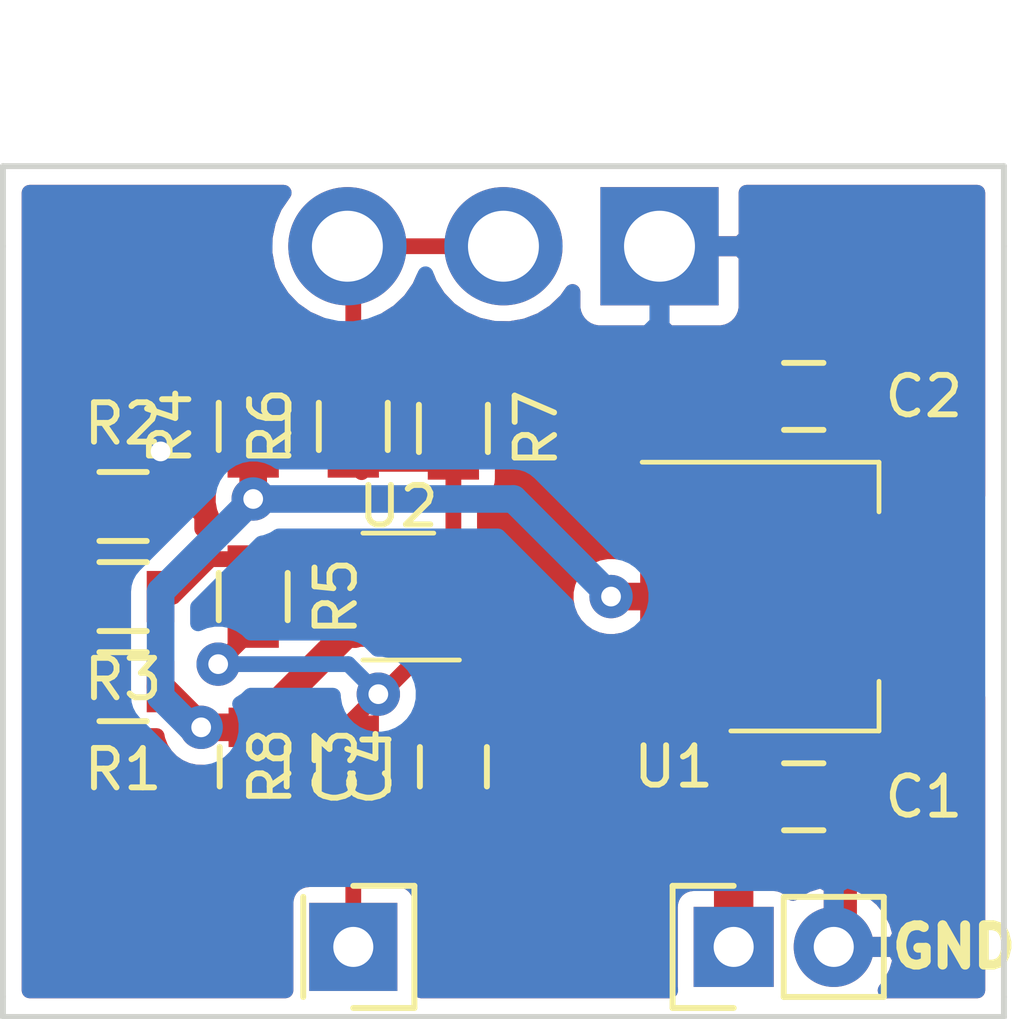
<source format=kicad_pcb>
(kicad_pcb (version 20160815) (host pcbnew no-vcs-found-7397~56~ubuntu16.04.1)

  (general
    (links 30)
    (no_connects 0)
    (area 114.224999 61.392999 139.775001 83.133001)
    (thickness 1.6)
    (drawings 9)
    (tracks 88)
    (zones 0)
    (modules 17)
    (nets 10)
  )

  (page A4)
  (layers
    (0 F.Cu signal)
    (31 B.Cu signal)
    (32 B.Adhes user)
    (33 F.Adhes user)
    (34 B.Paste user)
    (35 F.Paste user)
    (36 B.SilkS user)
    (37 F.SilkS user)
    (38 B.Mask user)
    (39 F.Mask user)
    (40 Dwgs.User user)
    (41 Cmts.User user)
    (42 Eco1.User user)
    (43 Eco2.User user)
    (44 Edge.Cuts user)
    (45 Margin user)
    (46 B.CrtYd user)
    (47 F.CrtYd user)
    (48 B.Fab user)
    (49 F.Fab user)
  )

  (setup
    (last_trace_width 0.4)
    (trace_clearance 0.2)
    (zone_clearance 0.4)
    (zone_45_only no)
    (trace_min 0.2)
    (segment_width 0.2)
    (edge_width 0.15)
    (via_size 1.1)
    (via_drill 0.5)
    (via_min_size 0.4)
    (via_min_drill 0.3)
    (uvia_size 0.3)
    (uvia_drill 0.1)
    (uvias_allowed no)
    (uvia_min_size 0.2)
    (uvia_min_drill 0.1)
    (pcb_text_width 0.3)
    (pcb_text_size 1 1)
    (mod_edge_width 0.15)
    (mod_text_size 1 1)
    (mod_text_width 0.15)
    (pad_size 1.524 1.524)
    (pad_drill 0.762)
    (pad_to_mask_clearance 0.2)
    (aux_axis_origin 0 0)
    (visible_elements FFFFFF7F)
    (pcbplotparams
      (layerselection 0x00030_ffffffff)
      (usegerberextensions false)
      (excludeedgelayer true)
      (linewidth 0.100000)
      (plotframeref false)
      (viasonmask false)
      (mode 1)
      (useauxorigin false)
      (hpglpennumber 1)
      (hpglpenspeed 20)
      (hpglpendiameter 15)
      (psnegative false)
      (psa4output false)
      (plotreference true)
      (plotvalue true)
      (plotinvisibletext false)
      (padsonsilk false)
      (subtractmaskfromsilk false)
      (outputformat 1)
      (mirror false)
      (drillshape 1)
      (scaleselection 1)
      (outputdirectory ""))
  )

  (net 0 "")
  (net 1 VCC)
  (net 2 GND)
  (net 3 +3V3)
  (net 4 /ADC)
  (net 5 /Red)
  (net 6 "Net-(R1-Pad2)")
  (net 7 "Net-(R3-Pad1)")
  (net 8 "Net-(R5-Pad2)")
  (net 9 "Net-(R6-Pad1)")

  (net_class Default "This is the default net class."
    (clearance 0.2)
    (trace_width 0.4)
    (via_dia 1.1)
    (via_drill 0.5)
    (uvia_dia 0.3)
    (uvia_drill 0.1)
    (diff_pair_gap 0.25)
    (diff_pair_width 0.2)
    (add_net +3V3)
    (add_net /ADC)
    (add_net /Red)
    (add_net GND)
    (add_net "Net-(R1-Pad2)")
    (add_net "Net-(R3-Pad1)")
    (add_net "Net-(R5-Pad2)")
    (add_net "Net-(R6-Pad1)")
    (add_net VCC)
  )

  (module Connectors_Hirose:Hirose_DF63-3P-3.96DSA_03x3.96mm_Straight (layer F.Cu) (tedit 5860A264) (tstamp 5860B4C3)
    (at 130.96 63.5 180)
    (descr "Hirose DF63 connector, DF63-3P-3.96DSA, 3.96mm pitch, top entry THT")
    (tags "connector hirose df63 vertical through hole")
    (path /585E368F)
    (fp_text reference P1 (at 0 -5.2 180) (layer F.SilkS) hide
      (effects (font (size 1 1) (thickness 0.15)))
    )
    (fp_text value PT100 (at 0 5.4 180) (layer F.Fab)
      (effects (font (size 1 1) (thickness 0.15)))
    )
    (pad 3 thru_hole circle (at 7.92 0 180) (size 3 3) (drill 1.8) (layers *.Cu *.Mask)
      (net 5 /Red))
    (pad 2 thru_hole circle (at 3.96 0 180) (size 3 3) (drill 1.8) (layers *.Cu *.Mask)
      (net 5 /Red))
    (pad 1 thru_hole rect (at 0 0 180) (size 3 3) (drill 1.8) (layers *.Cu *.Mask)
      (net 2 GND))
    (model Connectors_Hirose.3dshapes/Hirose_DF63-3P-3.96DSA_03x3.96mm_Straight.wrl
      (at (xyz 0 0 0))
      (scale (xyz 1 1 1))
      (rotate (xyz 0 0 0))
    )
  )

  (module TO_SOT_Packages_SMD:SOT-223 (layer F.Cu) (tedit 5860873E) (tstamp 585E5813)
    (at 134.62 72.39)
    (descr "module CMS SOT223 4 pins")
    (tags "CMS SOT")
    (path /585E2118)
    (attr smd)
    (fp_text reference U1 (at -3.302 4.318) (layer F.SilkS)
      (effects (font (size 1 1) (thickness 0.15)))
    )
    (fp_text value AMS1117 (at 0 4.5) (layer F.Fab) hide
      (effects (font (size 1 1) (thickness 0.15)))
    )
    (fp_line (start 1.85 -3.35) (end 1.85 3.35) (layer F.Fab) (width 0.15))
    (fp_line (start -1.85 3.35) (end 1.85 3.35) (layer F.Fab) (width 0.15))
    (fp_line (start -4.1 -3.41) (end 1.91 -3.41) (layer F.SilkS) (width 0.12))
    (fp_line (start -1.85 -3.35) (end 1.85 -3.35) (layer F.Fab) (width 0.15))
    (fp_line (start -1.85 3.41) (end 1.91 3.41) (layer F.SilkS) (width 0.12))
    (fp_line (start -1.85 -3.35) (end -1.85 3.35) (layer F.Fab) (width 0.15))
    (fp_line (start -4.4 -3.6) (end -4.4 3.6) (layer F.CrtYd) (width 0.05))
    (fp_line (start -4.4 3.6) (end 4.4 3.6) (layer F.CrtYd) (width 0.05))
    (fp_line (start 4.4 3.6) (end 4.4 -3.6) (layer F.CrtYd) (width 0.05))
    (fp_line (start 4.4 -3.6) (end -4.4 -3.6) (layer F.CrtYd) (width 0.05))
    (fp_line (start 1.91 -3.41) (end 1.91 -2.15) (layer F.SilkS) (width 0.12))
    (fp_line (start 1.91 3.41) (end 1.91 2.15) (layer F.SilkS) (width 0.12))
    (pad 1 smd rect (at -3.15 -2.3) (size 2 1.5) (layers F.Cu F.Paste F.Mask)
      (net 2 GND))
    (pad 3 smd rect (at -3.15 2.3) (size 2 1.5) (layers F.Cu F.Paste F.Mask)
      (net 1 VCC))
    (pad 2 smd rect (at -3.15 0) (size 2 1.5) (layers F.Cu F.Paste F.Mask)
      (net 3 +3V3))
    (pad 1 smd rect (at 3.15 0) (size 2 3.8) (layers F.Cu F.Paste F.Mask)
      (net 2 GND))
    (model TO_SOT_Packages_SMD.3dshapes/SOT-223.wrl
      (at (xyz 0 0 0))
      (scale (xyz 0.4 0.4 0.4))
      (rotate (xyz 0 0 90))
    )
  )

  (module TO_SOT_Packages_SMD:SOT-23-5 (layer F.Cu) (tedit 58608742) (tstamp 585E5826)
    (at 124.333 72.39 180)
    (descr "5-pin SOT23 package")
    (tags SOT-23-5)
    (path /585E207E)
    (attr smd)
    (fp_text reference U2 (at -0.00148 2.286827 180) (layer F.SilkS)
      (effects (font (size 1 1) (thickness 0.15)))
    )
    (fp_text value MCP6001 (at 0 2.9 180) (layer F.Fab) hide
      (effects (font (size 1 1) (thickness 0.15)))
    )
    (fp_line (start 0.9 -1.55) (end 0.9 1.55) (layer F.Fab) (width 0.15))
    (fp_line (start 0.9 1.55) (end -0.9 1.55) (layer F.Fab) (width 0.15))
    (fp_line (start -0.9 -1.55) (end -0.9 1.55) (layer F.Fab) (width 0.15))
    (fp_line (start 0.9 -1.55) (end -0.9 -1.55) (layer F.Fab) (width 0.15))
    (fp_line (start -1.9 1.8) (end -1.9 -1.8) (layer F.CrtYd) (width 0.05))
    (fp_line (start 1.9 1.8) (end -1.9 1.8) (layer F.CrtYd) (width 0.05))
    (fp_line (start 1.9 -1.8) (end 1.9 1.8) (layer F.CrtYd) (width 0.05))
    (fp_line (start -1.9 -1.8) (end 1.9 -1.8) (layer F.CrtYd) (width 0.05))
    (fp_line (start 0.9 -1.61) (end -1.55 -1.61) (layer F.SilkS) (width 0.12))
    (fp_line (start -0.9 1.61) (end 0.9 1.61) (layer F.SilkS) (width 0.12))
    (pad 5 smd rect (at 1.1 -0.95 180) (size 1.06 0.65) (layers F.Cu F.Paste F.Mask)
      (net 3 +3V3))
    (pad 4 smd rect (at 1.1 0.95 180) (size 1.06 0.65) (layers F.Cu F.Paste F.Mask)
      (net 7 "Net-(R3-Pad1)"))
    (pad 3 smd rect (at -1.1 0.95 180) (size 1.06 0.65) (layers F.Cu F.Paste F.Mask)
      (net 9 "Net-(R6-Pad1)"))
    (pad 2 smd rect (at -1.1 0 180) (size 1.06 0.65) (layers F.Cu F.Paste F.Mask)
      (net 2 GND))
    (pad 1 smd rect (at -1.1 -0.95 180) (size 1.06 0.65) (layers F.Cu F.Paste F.Mask)
      (net 8 "Net-(R5-Pad2)"))
    (model TO_SOT_Packages_SMD.3dshapes/SOT-23-5.wrl
      (at (xyz 0 0 0))
      (scale (xyz 1 1 1))
      (rotate (xyz 0 0 0))
    )
  )

  (module Capacitors_SMD:C_0805 (layer F.Cu) (tedit 58608BC4) (tstamp 58608D28)
    (at 134.62 77.47)
    (descr "Capacitor SMD 0805, reflow soldering, AVX (see smccp.pdf)")
    (tags "capacitor 0805")
    (path /585E5D3B)
    (attr smd)
    (fp_text reference C1 (at 3.048 0) (layer F.SilkS)
      (effects (font (size 1 1) (thickness 0.15)))
    )
    (fp_text value 10uF/25v (at 0 2.1) (layer F.Fab) hide
      (effects (font (size 1 1) (thickness 0.15)))
    )
    (fp_line (start -0.5 0.85) (end 0.5 0.85) (layer F.SilkS) (width 0.15))
    (fp_line (start 0.5 -0.85) (end -0.5 -0.85) (layer F.SilkS) (width 0.15))
    (fp_line (start 1.8 -1) (end 1.8 1) (layer F.CrtYd) (width 0.05))
    (fp_line (start -1.8 -1) (end -1.8 1) (layer F.CrtYd) (width 0.05))
    (fp_line (start -1.8 1) (end 1.8 1) (layer F.CrtYd) (width 0.05))
    (fp_line (start -1.8 -1) (end 1.8 -1) (layer F.CrtYd) (width 0.05))
    (fp_line (start -1 -0.625) (end 1 -0.625) (layer F.Fab) (width 0.15))
    (fp_line (start 1 -0.625) (end 1 0.625) (layer F.Fab) (width 0.15))
    (fp_line (start 1 0.625) (end -1 0.625) (layer F.Fab) (width 0.15))
    (fp_line (start -1 0.625) (end -1 -0.625) (layer F.Fab) (width 0.15))
    (pad 2 smd rect (at 1 0) (size 1 1.25) (layers F.Cu F.Paste F.Mask)
      (net 2 GND))
    (pad 1 smd rect (at -1 0) (size 1 1.25) (layers F.Cu F.Paste F.Mask)
      (net 1 VCC))
    (model Capacitors_SMD.3dshapes/C_0805.wrl
      (at (xyz 0 0 0))
      (scale (xyz 1 1 1))
      (rotate (xyz 0 0 0))
    )
  )

  (module Capacitors_SMD:C_0805 (layer F.Cu) (tedit 58608BC6) (tstamp 58608D37)
    (at 134.62 67.31)
    (descr "Capacitor SMD 0805, reflow soldering, AVX (see smccp.pdf)")
    (tags "capacitor 0805")
    (path /585E5DBC)
    (attr smd)
    (fp_text reference C2 (at 3.048 0) (layer F.SilkS)
      (effects (font (size 1 1) (thickness 0.15)))
    )
    (fp_text value 10uF/25v (at 0 2.1) (layer F.Fab) hide
      (effects (font (size 1 1) (thickness 0.15)))
    )
    (fp_line (start -1 0.625) (end -1 -0.625) (layer F.Fab) (width 0.15))
    (fp_line (start 1 0.625) (end -1 0.625) (layer F.Fab) (width 0.15))
    (fp_line (start 1 -0.625) (end 1 0.625) (layer F.Fab) (width 0.15))
    (fp_line (start -1 -0.625) (end 1 -0.625) (layer F.Fab) (width 0.15))
    (fp_line (start -1.8 -1) (end 1.8 -1) (layer F.CrtYd) (width 0.05))
    (fp_line (start -1.8 1) (end 1.8 1) (layer F.CrtYd) (width 0.05))
    (fp_line (start -1.8 -1) (end -1.8 1) (layer F.CrtYd) (width 0.05))
    (fp_line (start 1.8 -1) (end 1.8 1) (layer F.CrtYd) (width 0.05))
    (fp_line (start 0.5 -0.85) (end -0.5 -0.85) (layer F.SilkS) (width 0.15))
    (fp_line (start -0.5 0.85) (end 0.5 0.85) (layer F.SilkS) (width 0.15))
    (pad 1 smd rect (at -1 0) (size 1 1.25) (layers F.Cu F.Paste F.Mask)
      (net 3 +3V3))
    (pad 2 smd rect (at 1 0) (size 1 1.25) (layers F.Cu F.Paste F.Mask)
      (net 2 GND))
    (model Capacitors_SMD.3dshapes/C_0805.wrl
      (at (xyz 0 0 0))
      (scale (xyz 1 1 1))
      (rotate (xyz 0 0 0))
    )
  )

  (module Capacitors_SMD:C_0805 (layer F.Cu) (tedit 58608BC1) (tstamp 58608D55)
    (at 120.65 76.708 270)
    (descr "Capacitor SMD 0805, reflow soldering, AVX (see smccp.pdf)")
    (tags "capacitor 0805")
    (path /585E59A8)
    (attr smd)
    (fp_text reference C3 (at 0 -2.1 270) (layer F.SilkS)
      (effects (font (size 1 1) (thickness 0.15)))
    )
    (fp_text value lib:C_0603 (at 0 2.1 270) (layer F.Fab) hide
      (effects (font (size 1 1) (thickness 0.15)))
    )
    (fp_line (start -1 0.625) (end -1 -0.625) (layer F.Fab) (width 0.15))
    (fp_line (start 1 0.625) (end -1 0.625) (layer F.Fab) (width 0.15))
    (fp_line (start 1 -0.625) (end 1 0.625) (layer F.Fab) (width 0.15))
    (fp_line (start -1 -0.625) (end 1 -0.625) (layer F.Fab) (width 0.15))
    (fp_line (start -1.8 -1) (end 1.8 -1) (layer F.CrtYd) (width 0.05))
    (fp_line (start -1.8 1) (end 1.8 1) (layer F.CrtYd) (width 0.05))
    (fp_line (start -1.8 -1) (end -1.8 1) (layer F.CrtYd) (width 0.05))
    (fp_line (start 1.8 -1) (end 1.8 1) (layer F.CrtYd) (width 0.05))
    (fp_line (start 0.5 -0.85) (end -0.5 -0.85) (layer F.SilkS) (width 0.15))
    (fp_line (start -0.5 0.85) (end 0.5 0.85) (layer F.SilkS) (width 0.15))
    (pad 1 smd rect (at -1 0 270) (size 1 1.25) (layers F.Cu F.Paste F.Mask)
      (net 3 +3V3))
    (pad 2 smd rect (at 1 0 270) (size 1 1.25) (layers F.Cu F.Paste F.Mask)
      (net 2 GND))
    (model Capacitors_SMD.3dshapes/C_0805.wrl
      (at (xyz 0 0 0))
      (scale (xyz 1 1 1))
      (rotate (xyz 0 0 0))
    )
  )

  (module Capacitors_SMD:C_0805 (layer F.Cu) (tedit 58608BC9) (tstamp 58608D56)
    (at 125.73 76.708 90)
    (descr "Capacitor SMD 0805, reflow soldering, AVX (see smccp.pdf)")
    (tags "capacitor 0805")
    (path /585E47FB)
    (attr smd)
    (fp_text reference C4 (at 0 -2.1 90) (layer F.SilkS)
      (effects (font (size 1 1) (thickness 0.15)))
    )
    (fp_text value 10uF (at 0 2.1 90) (layer F.Fab) hide
      (effects (font (size 1 1) (thickness 0.15)))
    )
    (fp_line (start -0.5 0.85) (end 0.5 0.85) (layer F.SilkS) (width 0.15))
    (fp_line (start 0.5 -0.85) (end -0.5 -0.85) (layer F.SilkS) (width 0.15))
    (fp_line (start 1.8 -1) (end 1.8 1) (layer F.CrtYd) (width 0.05))
    (fp_line (start -1.8 -1) (end -1.8 1) (layer F.CrtYd) (width 0.05))
    (fp_line (start -1.8 1) (end 1.8 1) (layer F.CrtYd) (width 0.05))
    (fp_line (start -1.8 -1) (end 1.8 -1) (layer F.CrtYd) (width 0.05))
    (fp_line (start -1 -0.625) (end 1 -0.625) (layer F.Fab) (width 0.15))
    (fp_line (start 1 -0.625) (end 1 0.625) (layer F.Fab) (width 0.15))
    (fp_line (start 1 0.625) (end -1 0.625) (layer F.Fab) (width 0.15))
    (fp_line (start -1 0.625) (end -1 -0.625) (layer F.Fab) (width 0.15))
    (pad 2 smd rect (at 1 0 90) (size 1 1.25) (layers F.Cu F.Paste F.Mask)
      (net 2 GND))
    (pad 1 smd rect (at -1 0 90) (size 1 1.25) (layers F.Cu F.Paste F.Mask)
      (net 4 /ADC))
    (model Capacitors_SMD.3dshapes/C_0805.wrl
      (at (xyz 0 0 0))
      (scale (xyz 1 1 1))
      (rotate (xyz 0 0 0))
    )
  )

  (module Resistors_SMD:R_0805 (layer F.Cu) (tedit 58608BD8) (tstamp 58608D65)
    (at 117.348 74.676 180)
    (descr "Resistor SMD 0805, reflow soldering, Vishay (see dcrcw.pdf)")
    (tags "resistor 0805")
    (path /585E390B)
    (attr smd)
    (fp_text reference R1 (at 0 -2.1 180) (layer F.SilkS)
      (effects (font (size 1 1) (thickness 0.15)))
    )
    (fp_text value 3.3K/1% (at 0 2.1 180) (layer F.Fab) hide
      (effects (font (size 1 1) (thickness 0.15)))
    )
    (fp_line (start -0.6 -0.875) (end 0.6 -0.875) (layer F.SilkS) (width 0.15))
    (fp_line (start 0.6 0.875) (end -0.6 0.875) (layer F.SilkS) (width 0.15))
    (fp_line (start 1.6 -1) (end 1.6 1) (layer F.CrtYd) (width 0.05))
    (fp_line (start -1.6 -1) (end -1.6 1) (layer F.CrtYd) (width 0.05))
    (fp_line (start -1.6 1) (end 1.6 1) (layer F.CrtYd) (width 0.05))
    (fp_line (start -1.6 -1) (end 1.6 -1) (layer F.CrtYd) (width 0.05))
    (fp_line (start -1 -0.625) (end 1 -0.625) (layer F.Fab) (width 0.1))
    (fp_line (start 1 -0.625) (end 1 0.625) (layer F.Fab) (width 0.1))
    (fp_line (start 1 0.625) (end -1 0.625) (layer F.Fab) (width 0.1))
    (fp_line (start -1 0.625) (end -1 -0.625) (layer F.Fab) (width 0.1))
    (pad 2 smd rect (at 0.95 0 180) (size 0.7 1.3) (layers F.Cu F.Paste F.Mask)
      (net 6 "Net-(R1-Pad2)"))
    (pad 1 smd rect (at -0.95 0 180) (size 0.7 1.3) (layers F.Cu F.Paste F.Mask)
      (net 3 +3V3))
    (model Resistors_SMD.3dshapes/R_0805.wrl
      (at (xyz 0 0 0))
      (scale (xyz 1 1 1))
      (rotate (xyz 0 0 0))
    )
  )

  (module Resistors_SMD:R_0805 (layer F.Cu) (tedit 58608BDB) (tstamp 58608D74)
    (at 117.348 70.104)
    (descr "Resistor SMD 0805, reflow soldering, Vishay (see dcrcw.pdf)")
    (tags "resistor 0805")
    (path /585E512A)
    (attr smd)
    (fp_text reference R2 (at 0 -2.1) (layer F.SilkS)
      (effects (font (size 1 1) (thickness 0.15)))
    )
    (fp_text value 100/1% (at 0 2.1) (layer F.Fab) hide
      (effects (font (size 1 1) (thickness 0.15)))
    )
    (fp_line (start -0.6 -0.875) (end 0.6 -0.875) (layer F.SilkS) (width 0.15))
    (fp_line (start 0.6 0.875) (end -0.6 0.875) (layer F.SilkS) (width 0.15))
    (fp_line (start 1.6 -1) (end 1.6 1) (layer F.CrtYd) (width 0.05))
    (fp_line (start -1.6 -1) (end -1.6 1) (layer F.CrtYd) (width 0.05))
    (fp_line (start -1.6 1) (end 1.6 1) (layer F.CrtYd) (width 0.05))
    (fp_line (start -1.6 -1) (end 1.6 -1) (layer F.CrtYd) (width 0.05))
    (fp_line (start -1 -0.625) (end 1 -0.625) (layer F.Fab) (width 0.1))
    (fp_line (start 1 -0.625) (end 1 0.625) (layer F.Fab) (width 0.1))
    (fp_line (start 1 0.625) (end -1 0.625) (layer F.Fab) (width 0.1))
    (fp_line (start -1 0.625) (end -1 -0.625) (layer F.Fab) (width 0.1))
    (pad 2 smd rect (at 0.95 0) (size 0.7 1.3) (layers F.Cu F.Paste F.Mask)
      (net 2 GND))
    (pad 1 smd rect (at -0.95 0) (size 0.7 1.3) (layers F.Cu F.Paste F.Mask)
      (net 6 "Net-(R1-Pad2)"))
    (model Resistors_SMD.3dshapes/R_0805.wrl
      (at (xyz 0 0 0))
      (scale (xyz 1 1 1))
      (rotate (xyz 0 0 0))
    )
  )

  (module Resistors_SMD:R_0805 (layer F.Cu) (tedit 58608BE0) (tstamp 58608D83)
    (at 117.348 72.39 180)
    (descr "Resistor SMD 0805, reflow soldering, Vishay (see dcrcw.pdf)")
    (tags "resistor 0805")
    (path /585E533F)
    (attr smd)
    (fp_text reference R3 (at 0 -2.1 180) (layer F.SilkS)
      (effects (font (size 1 1) (thickness 0.15)))
    )
    (fp_text value 1K/1% (at 0 2.1 180) (layer F.Fab) hide
      (effects (font (size 1 1) (thickness 0.15)))
    )
    (fp_line (start -1 0.625) (end -1 -0.625) (layer F.Fab) (width 0.1))
    (fp_line (start 1 0.625) (end -1 0.625) (layer F.Fab) (width 0.1))
    (fp_line (start 1 -0.625) (end 1 0.625) (layer F.Fab) (width 0.1))
    (fp_line (start -1 -0.625) (end 1 -0.625) (layer F.Fab) (width 0.1))
    (fp_line (start -1.6 -1) (end 1.6 -1) (layer F.CrtYd) (width 0.05))
    (fp_line (start -1.6 1) (end 1.6 1) (layer F.CrtYd) (width 0.05))
    (fp_line (start -1.6 -1) (end -1.6 1) (layer F.CrtYd) (width 0.05))
    (fp_line (start 1.6 -1) (end 1.6 1) (layer F.CrtYd) (width 0.05))
    (fp_line (start 0.6 0.875) (end -0.6 0.875) (layer F.SilkS) (width 0.15))
    (fp_line (start -0.6 -0.875) (end 0.6 -0.875) (layer F.SilkS) (width 0.15))
    (pad 1 smd rect (at -0.95 0 180) (size 0.7 1.3) (layers F.Cu F.Paste F.Mask)
      (net 7 "Net-(R3-Pad1)"))
    (pad 2 smd rect (at 0.95 0 180) (size 0.7 1.3) (layers F.Cu F.Paste F.Mask)
      (net 6 "Net-(R1-Pad2)"))
    (model Resistors_SMD.3dshapes/R_0805.wrl
      (at (xyz 0 0 0))
      (scale (xyz 1 1 1))
      (rotate (xyz 0 0 0))
    )
  )

  (module Resistors_SMD:R_0805 (layer F.Cu) (tedit 58608BD1) (tstamp 58608D92)
    (at 120.65 68.072 90)
    (descr "Resistor SMD 0805, reflow soldering, Vishay (see dcrcw.pdf)")
    (tags "resistor 0805")
    (path /585E509F)
    (attr smd)
    (fp_text reference R4 (at 0 -2.1 90) (layer F.SilkS)
      (effects (font (size 1 1) (thickness 0.15)))
    )
    (fp_text value 3.3K/1% (at 0 2.1 90) (layer F.Fab) hide
      (effects (font (size 1 1) (thickness 0.15)))
    )
    (fp_line (start -1 0.625) (end -1 -0.625) (layer F.Fab) (width 0.1))
    (fp_line (start 1 0.625) (end -1 0.625) (layer F.Fab) (width 0.1))
    (fp_line (start 1 -0.625) (end 1 0.625) (layer F.Fab) (width 0.1))
    (fp_line (start -1 -0.625) (end 1 -0.625) (layer F.Fab) (width 0.1))
    (fp_line (start -1.6 -1) (end 1.6 -1) (layer F.CrtYd) (width 0.05))
    (fp_line (start -1.6 1) (end 1.6 1) (layer F.CrtYd) (width 0.05))
    (fp_line (start -1.6 -1) (end -1.6 1) (layer F.CrtYd) (width 0.05))
    (fp_line (start 1.6 -1) (end 1.6 1) (layer F.CrtYd) (width 0.05))
    (fp_line (start 0.6 0.875) (end -0.6 0.875) (layer F.SilkS) (width 0.15))
    (fp_line (start -0.6 -0.875) (end 0.6 -0.875) (layer F.SilkS) (width 0.15))
    (pad 1 smd rect (at -0.95 0 90) (size 0.7 1.3) (layers F.Cu F.Paste F.Mask)
      (net 3 +3V3))
    (pad 2 smd rect (at 0.95 0 90) (size 0.7 1.3) (layers F.Cu F.Paste F.Mask)
      (net 5 /Red))
    (model Resistors_SMD.3dshapes/R_0805.wrl
      (at (xyz 0 0 0))
      (scale (xyz 1 1 1))
      (rotate (xyz 0 0 0))
    )
  )

  (module Resistors_SMD:R_0805 (layer F.Cu) (tedit 58608BCE) (tstamp 58608DA1)
    (at 120.65 72.39 270)
    (descr "Resistor SMD 0805, reflow soldering, Vishay (see dcrcw.pdf)")
    (tags "resistor 0805")
    (path /585E5486)
    (attr smd)
    (fp_text reference R5 (at 0 -2.1 270) (layer F.SilkS)
      (effects (font (size 1 1) (thickness 0.15)))
    )
    (fp_text value 100K/1% (at 0 2.1 270) (layer F.Fab) hide
      (effects (font (size 1 1) (thickness 0.15)))
    )
    (fp_line (start -0.6 -0.875) (end 0.6 -0.875) (layer F.SilkS) (width 0.15))
    (fp_line (start 0.6 0.875) (end -0.6 0.875) (layer F.SilkS) (width 0.15))
    (fp_line (start 1.6 -1) (end 1.6 1) (layer F.CrtYd) (width 0.05))
    (fp_line (start -1.6 -1) (end -1.6 1) (layer F.CrtYd) (width 0.05))
    (fp_line (start -1.6 1) (end 1.6 1) (layer F.CrtYd) (width 0.05))
    (fp_line (start -1.6 -1) (end 1.6 -1) (layer F.CrtYd) (width 0.05))
    (fp_line (start -1 -0.625) (end 1 -0.625) (layer F.Fab) (width 0.1))
    (fp_line (start 1 -0.625) (end 1 0.625) (layer F.Fab) (width 0.1))
    (fp_line (start 1 0.625) (end -1 0.625) (layer F.Fab) (width 0.1))
    (fp_line (start -1 0.625) (end -1 -0.625) (layer F.Fab) (width 0.1))
    (pad 2 smd rect (at 0.95 0 270) (size 0.7 1.3) (layers F.Cu F.Paste F.Mask)
      (net 8 "Net-(R5-Pad2)"))
    (pad 1 smd rect (at -0.95 0 270) (size 0.7 1.3) (layers F.Cu F.Paste F.Mask)
      (net 7 "Net-(R3-Pad1)"))
    (model Resistors_SMD.3dshapes/R_0805.wrl
      (at (xyz 0 0 0))
      (scale (xyz 1 1 1))
      (rotate (xyz 0 0 0))
    )
  )

  (module Resistors_SMD:R_0805 (layer F.Cu) (tedit 58608BE3) (tstamp 58608DB0)
    (at 123.19 68.072 90)
    (descr "Resistor SMD 0805, reflow soldering, Vishay (see dcrcw.pdf)")
    (tags "resistor 0805")
    (path /585E396C)
    (attr smd)
    (fp_text reference R6 (at 0 -2.1 90) (layer F.SilkS)
      (effects (font (size 1 1) (thickness 0.15)))
    )
    (fp_text value 1K/1% (at 0 2.1 90) (layer F.Fab) hide
      (effects (font (size 1 1) (thickness 0.15)))
    )
    (fp_line (start -1 0.625) (end -1 -0.625) (layer F.Fab) (width 0.1))
    (fp_line (start 1 0.625) (end -1 0.625) (layer F.Fab) (width 0.1))
    (fp_line (start 1 -0.625) (end 1 0.625) (layer F.Fab) (width 0.1))
    (fp_line (start -1 -0.625) (end 1 -0.625) (layer F.Fab) (width 0.1))
    (fp_line (start -1.6 -1) (end 1.6 -1) (layer F.CrtYd) (width 0.05))
    (fp_line (start -1.6 1) (end 1.6 1) (layer F.CrtYd) (width 0.05))
    (fp_line (start -1.6 -1) (end -1.6 1) (layer F.CrtYd) (width 0.05))
    (fp_line (start 1.6 -1) (end 1.6 1) (layer F.CrtYd) (width 0.05))
    (fp_line (start 0.6 0.875) (end -0.6 0.875) (layer F.SilkS) (width 0.15))
    (fp_line (start -0.6 -0.875) (end 0.6 -0.875) (layer F.SilkS) (width 0.15))
    (pad 1 smd rect (at -0.95 0 90) (size 0.7 1.3) (layers F.Cu F.Paste F.Mask)
      (net 9 "Net-(R6-Pad1)"))
    (pad 2 smd rect (at 0.95 0 90) (size 0.7 1.3) (layers F.Cu F.Paste F.Mask)
      (net 5 /Red))
    (model Resistors_SMD.3dshapes/R_0805.wrl
      (at (xyz 0 0 0))
      (scale (xyz 1 1 1))
      (rotate (xyz 0 0 0))
    )
  )

  (module Resistors_SMD:R_0805 (layer F.Cu) (tedit 58608BD6) (tstamp 58608DBF)
    (at 125.73 68.1228 270)
    (descr "Resistor SMD 0805, reflow soldering, Vishay (see dcrcw.pdf)")
    (tags "resistor 0805")
    (path /585E39A6)
    (attr smd)
    (fp_text reference R7 (at 0 -2.1 270) (layer F.SilkS)
      (effects (font (size 1 1) (thickness 0.15)))
    )
    (fp_text value 100K/1% (at 0 2.1 270) (layer F.Fab) hide
      (effects (font (size 1 1) (thickness 0.15)))
    )
    (fp_line (start -1 0.625) (end -1 -0.625) (layer F.Fab) (width 0.1))
    (fp_line (start 1 0.625) (end -1 0.625) (layer F.Fab) (width 0.1))
    (fp_line (start 1 -0.625) (end 1 0.625) (layer F.Fab) (width 0.1))
    (fp_line (start -1 -0.625) (end 1 -0.625) (layer F.Fab) (width 0.1))
    (fp_line (start -1.6 -1) (end 1.6 -1) (layer F.CrtYd) (width 0.05))
    (fp_line (start -1.6 1) (end 1.6 1) (layer F.CrtYd) (width 0.05))
    (fp_line (start -1.6 -1) (end -1.6 1) (layer F.CrtYd) (width 0.05))
    (fp_line (start 1.6 -1) (end 1.6 1) (layer F.CrtYd) (width 0.05))
    (fp_line (start 0.6 0.875) (end -0.6 0.875) (layer F.SilkS) (width 0.15))
    (fp_line (start -0.6 -0.875) (end 0.6 -0.875) (layer F.SilkS) (width 0.15))
    (pad 1 smd rect (at -0.95 0 270) (size 0.7 1.3) (layers F.Cu F.Paste F.Mask)
      (net 2 GND))
    (pad 2 smd rect (at 0.95 0 270) (size 0.7 1.3) (layers F.Cu F.Paste F.Mask)
      (net 9 "Net-(R6-Pad1)"))
    (model Resistors_SMD.3dshapes/R_0805.wrl
      (at (xyz 0 0 0))
      (scale (xyz 1 1 1))
      (rotate (xyz 0 0 0))
    )
  )

  (module Resistors_SMD:R_0805 (layer F.Cu) (tedit 58608BCC) (tstamp 58608DCE)
    (at 123.19 76.708 90)
    (descr "Resistor SMD 0805, reflow soldering, Vishay (see dcrcw.pdf)")
    (tags "resistor 0805")
    (path /585E479C)
    (attr smd)
    (fp_text reference R8 (at 0 -2.1 90) (layer F.SilkS)
      (effects (font (size 1 1) (thickness 0.15)))
    )
    (fp_text value 1K/1% (at 0 2.1 90) (layer F.Fab) hide
      (effects (font (size 1 1) (thickness 0.15)))
    )
    (fp_line (start -0.6 -0.875) (end 0.6 -0.875) (layer F.SilkS) (width 0.15))
    (fp_line (start 0.6 0.875) (end -0.6 0.875) (layer F.SilkS) (width 0.15))
    (fp_line (start 1.6 -1) (end 1.6 1) (layer F.CrtYd) (width 0.05))
    (fp_line (start -1.6 -1) (end -1.6 1) (layer F.CrtYd) (width 0.05))
    (fp_line (start -1.6 1) (end 1.6 1) (layer F.CrtYd) (width 0.05))
    (fp_line (start -1.6 -1) (end 1.6 -1) (layer F.CrtYd) (width 0.05))
    (fp_line (start -1 -0.625) (end 1 -0.625) (layer F.Fab) (width 0.1))
    (fp_line (start 1 -0.625) (end 1 0.625) (layer F.Fab) (width 0.1))
    (fp_line (start 1 0.625) (end -1 0.625) (layer F.Fab) (width 0.1))
    (fp_line (start -1 0.625) (end -1 -0.625) (layer F.Fab) (width 0.1))
    (pad 2 smd rect (at 0.95 0 90) (size 0.7 1.3) (layers F.Cu F.Paste F.Mask)
      (net 8 "Net-(R5-Pad2)"))
    (pad 1 smd rect (at -0.95 0 90) (size 0.7 1.3) (layers F.Cu F.Paste F.Mask)
      (net 4 /ADC))
    (model Resistors_SMD.3dshapes/R_0805.wrl
      (at (xyz 0 0 0))
      (scale (xyz 1 1 1))
      (rotate (xyz 0 0 0))
    )
  )

  (module Pin_Headers:Pin_Header_Straight_1x02 (layer F.Cu) (tedit 5860A293) (tstamp 5860B514)
    (at 132.842 81.28 90)
    (descr "Through hole pin header")
    (tags "pin header")
    (path /58609B23)
    (fp_text reference P3 (at 0 -5.1 90) (layer F.SilkS) hide
      (effects (font (size 1 1) (thickness 0.15)))
    )
    (fp_text value PWR (at 0 -3.1 90) (layer F.Fab)
      (effects (font (size 1 1) (thickness 0.15)))
    )
    (fp_line (start -1.27 3.81) (end 1.27 3.81) (layer F.SilkS) (width 0.15))
    (fp_line (start -1.27 1.27) (end -1.27 3.81) (layer F.SilkS) (width 0.15))
    (fp_line (start -1.55 -1.55) (end 1.55 -1.55) (layer F.SilkS) (width 0.15))
    (fp_line (start -1.55 0) (end -1.55 -1.55) (layer F.SilkS) (width 0.15))
    (fp_line (start 1.27 1.27) (end -1.27 1.27) (layer F.SilkS) (width 0.15))
    (fp_line (start -1.75 4.3) (end 1.75 4.3) (layer F.CrtYd) (width 0.05))
    (fp_line (start -1.75 -1.75) (end 1.75 -1.75) (layer F.CrtYd) (width 0.05))
    (fp_line (start 1.75 -1.75) (end 1.75 4.3) (layer F.CrtYd) (width 0.05))
    (fp_line (start -1.75 -1.75) (end -1.75 4.3) (layer F.CrtYd) (width 0.05))
    (fp_line (start 1.55 -1.55) (end 1.55 0) (layer F.SilkS) (width 0.15))
    (fp_line (start 1.27 1.27) (end 1.27 3.81) (layer F.SilkS) (width 0.15))
    (pad 2 thru_hole oval (at 0 2.54 90) (size 2.032 2.032) (drill 1.016) (layers *.Cu *.Mask)
      (net 2 GND))
    (pad 1 thru_hole rect (at 0 0 90) (size 2.032 2.032) (drill 1.016) (layers *.Cu *.Mask)
      (net 1 VCC))
    (model Pin_Headers.3dshapes/Pin_Header_Straight_1x02.wrl
      (at (xyz 0 -0.05 0))
      (scale (xyz 1 1 1))
      (rotate (xyz 0 0 90))
    )
  )

  (module Pin_Headers:Pin_Header_Straight_1x01 (layer F.Cu) (tedit 5860A290) (tstamp 5860B761)
    (at 123.19 81.28 270)
    (descr "Through hole pin header")
    (tags "pin header")
    (path /58609B7F)
    (fp_text reference P2 (at 0 -5.1 270) (layer F.SilkS) hide
      (effects (font (size 1 1) (thickness 0.15)))
    )
    (fp_text value ADC (at 0 -3.1 270) (layer F.Fab)
      (effects (font (size 1 1) (thickness 0.15)))
    )
    (fp_line (start -1.27 1.27) (end 1.27 1.27) (layer F.SilkS) (width 0.15))
    (fp_line (start -1.55 -1.55) (end 1.55 -1.55) (layer F.SilkS) (width 0.15))
    (fp_line (start -1.55 0) (end -1.55 -1.55) (layer F.SilkS) (width 0.15))
    (fp_line (start -1.75 1.75) (end 1.75 1.75) (layer F.CrtYd) (width 0.05))
    (fp_line (start -1.75 -1.75) (end 1.75 -1.75) (layer F.CrtYd) (width 0.05))
    (fp_line (start 1.75 -1.75) (end 1.75 1.75) (layer F.CrtYd) (width 0.05))
    (fp_line (start -1.75 -1.75) (end -1.75 1.75) (layer F.CrtYd) (width 0.05))
    (fp_line (start 1.55 -1.55) (end 1.55 0) (layer F.SilkS) (width 0.15))
    (pad 1 thru_hole rect (at 0 0 270) (size 2.2352 2.2352) (drill 1.016) (layers *.Cu *.Mask)
      (net 4 /ADC))
    (model Pin_Headers.3dshapes/Pin_Header_Straight_1x01.wrl
      (at (xyz 0 0 0))
      (scale (xyz 1 1 1))
      (rotate (xyz 0 0 90))
    )
  )

  (gr_text GND (at 138.43 81.28) (layer F.SilkS)
    (effects (font (size 1 1) (thickness 0.25)))
  )
  (gr_line (start 139.7 61.468) (end 139.7 63.5) (layer Edge.Cuts) (width 0.15))
  (gr_line (start 114.3 61.468) (end 139.7 61.468) (layer Edge.Cuts) (width 0.15))
  (gr_line (start 114.3 63.5) (end 114.3 61.468) (layer Edge.Cuts) (width 0.15))
  (gr_line (start 114.3 83.058) (end 114.3 82.55) (layer Edge.Cuts) (width 0.15))
  (gr_line (start 139.7 83.058) (end 114.3 83.058) (layer Edge.Cuts) (width 0.15))
  (gr_line (start 139.7 82.55) (end 139.7 83.058) (layer Edge.Cuts) (width 0.15))
  (gr_line (start 114.3 82.55) (end 114.3 63.5) (layer Edge.Cuts) (width 0.15))
  (gr_line (start 139.7 63.5) (end 139.7 82.55) (layer Edge.Cuts) (width 0.15))

  (segment (start 133.62 77.47) (end 133.62 75.454) (width 1) (layer F.Cu) (net 1))
  (segment (start 133.62 75.454) (end 132.856 74.69) (width 1) (layer F.Cu) (net 1))
  (segment (start 132.856 74.69) (end 131.47 74.69) (width 1) (layer F.Cu) (net 1))
  (segment (start 133.62 77.47) (end 132.842 78.248) (width 1) (layer F.Cu) (net 1))
  (segment (start 132.842 78.248) (end 132.842 81.28) (width 1) (layer F.Cu) (net 1))
  (segment (start 120.65 77.708) (end 116.824 77.708) (width 0.4) (layer F.Cu) (net 2))
  (segment (start 116.824 77.708) (end 115.316 76.2) (width 0.4) (layer F.Cu) (net 2))
  (segment (start 115.316 76.2) (end 115.316 69.088) (width 0.4) (layer F.Cu) (net 2))
  (segment (start 115.316 69.088) (end 115.697 68.707) (width 0.4) (layer F.Cu) (net 2))
  (segment (start 115.697 68.707) (end 118.3005 68.707) (width 0.4) (layer F.Cu) (net 2))
  (segment (start 118.999 68.0085) (end 128.3515 68.0085) (width 0.4) (layer B.Cu) (net 2))
  (segment (start 128.3515 68.0085) (end 130.96 65.4) (width 0.4) (layer B.Cu) (net 2))
  (segment (start 130.96 65.4) (end 130.96 63.5) (width 0.4) (layer B.Cu) (net 2))
  (segment (start 118.3005 68.707) (end 118.999 68.0085) (width 0.4) (layer B.Cu) (net 2))
  (segment (start 118.298 70.104) (end 118.298 68.7095) (width 0.4) (layer F.Cu) (net 2))
  (segment (start 118.298 68.7095) (end 118.3005 68.707) (width 0.4) (layer F.Cu) (net 2))
  (via (at 118.3005 68.707) (size 1.1) (drill 0.5) (layers F.Cu B.Cu) (net 2))
  (segment (start 125.476 75.708) (end 126.222 75.708) (width 0.4) (layer F.Cu) (net 2))
  (segment (start 126.222 75.708) (end 127.254 74.676) (width 0.4) (layer F.Cu) (net 2))
  (segment (start 127.254 74.676) (end 127.254 72.39) (width 0.4) (layer F.Cu) (net 2))
  (segment (start 125.433 72.39) (end 127.254 72.39) (width 0.4) (layer F.Cu) (net 2))
  (segment (start 127.254 72.39) (end 129.554 70.09) (width 0.4) (layer F.Cu) (net 2))
  (segment (start 129.554 70.09) (end 131.47 70.09) (width 0.4) (layer F.Cu) (net 2))
  (segment (start 135.62 77.47) (end 135.62 81.042) (width 0.7) (layer F.Cu) (net 2))
  (segment (start 135.62 81.042) (end 135.382 81.28) (width 0.7) (layer F.Cu) (net 2))
  (segment (start 135.62 77.47) (end 136.652 77.47) (width 0.4) (layer F.Cu) (net 2))
  (segment (start 136.652 77.47) (end 137.77 76.352) (width 0.4) (layer F.Cu) (net 2))
  (segment (start 137.77 76.352) (end 137.77 72.39) (width 0.4) (layer F.Cu) (net 2))
  (segment (start 130.96 63.5) (end 130.96 65.7) (width 0.4) (layer F.Cu) (net 2))
  (segment (start 130.96 65.7) (end 129.7028 66.9572) (width 0.4) (layer F.Cu) (net 2))
  (segment (start 129.7028 66.9572) (end 129.7028 67.1728) (width 0.7) (layer F.Cu) (net 2))
  (segment (start 130.96 63.5) (end 134.366 63.5) (width 0.4) (layer F.Cu) (net 2))
  (segment (start 134.366 63.5) (end 135.62 64.754) (width 0.4) (layer F.Cu) (net 2))
  (segment (start 135.62 64.754) (end 135.62 66.285) (width 0.4) (layer F.Cu) (net 2))
  (segment (start 135.62 66.285) (end 135.62 67.31) (width 0.4) (layer F.Cu) (net 2))
  (segment (start 135.62 67.31) (end 136.652 67.31) (width 0.4) (layer F.Cu) (net 2))
  (segment (start 136.652 67.31) (end 137.77 68.428) (width 0.4) (layer F.Cu) (net 2))
  (segment (start 137.77 68.428) (end 137.77 72.39) (width 0.4) (layer F.Cu) (net 2))
  (segment (start 125.73 67.1728) (end 129.7028 67.1728) (width 0.4) (layer F.Cu) (net 2))
  (segment (start 129.7028 67.1728) (end 131.47 68.94) (width 0.4) (layer F.Cu) (net 2))
  (segment (start 131.47 68.94) (end 131.47 70.09) (width 0.4) (layer F.Cu) (net 2))
  (segment (start 119.33 75.708) (end 119.0785 75.708) (width 0.7) (layer B.Cu) (net 3))
  (segment (start 119.0785 75.708) (end 118.3005 74.93) (width 0.7) (layer B.Cu) (net 3))
  (segment (start 118.3005 74.93) (end 118.3005 72.263) (width 0.7) (layer B.Cu) (net 3))
  (segment (start 118.3005 72.263) (end 120.65 69.9135) (width 0.7) (layer B.Cu) (net 3))
  (segment (start 129.7305 72.39) (end 131.47 72.39) (width 0.7) (layer F.Cu) (net 3))
  (segment (start 120.65 69.9135) (end 127.254 69.9135) (width 0.7) (layer B.Cu) (net 3))
  (segment (start 127.254 69.9135) (end 129.7305 72.39) (width 0.7) (layer B.Cu) (net 3))
  (via (at 129.7305 72.39) (size 1.1) (drill 0.5) (layers F.Cu B.Cu) (net 3))
  (segment (start 120.65 69.9135) (end 120.65 69.022) (width 0.7) (layer F.Cu) (net 3))
  (via (at 120.65 69.9135) (size 1.1) (drill 0.5) (layers F.Cu B.Cu) (net 3))
  (via (at 119.33 75.708) (size 1.1) (drill 0.5) (layers F.Cu B.Cu) (net 3))
  (segment (start 120.65 75.708) (end 119.33 75.708) (width 0.7) (layer F.Cu) (net 3))
  (segment (start 119.33 75.708) (end 118.298 74.676) (width 0.7) (layer F.Cu) (net 3))
  (segment (start 123.233 73.34) (end 123.018 73.34) (width 0.7) (layer F.Cu) (net 3))
  (segment (start 123.018 73.34) (end 120.65 75.708) (width 0.7) (layer F.Cu) (net 3))
  (segment (start 133.62 67.31) (end 133.62 71.94) (width 0.7) (layer F.Cu) (net 3))
  (segment (start 133.62 71.94) (end 133.17 72.39) (width 0.7) (layer F.Cu) (net 3))
  (segment (start 133.17 72.39) (end 131.47 72.39) (width 0.7) (layer F.Cu) (net 3))
  (segment (start 123.2305 73.3425) (end 123.233 73.34) (width 0.7) (layer F.Cu) (net 3))
  (segment (start 123.19 77.658) (end 123.19 81.28) (width 0.4) (layer F.Cu) (net 4))
  (segment (start 123.19 77.658) (end 125.68 77.658) (width 0.4) (layer F.Cu) (net 4))
  (segment (start 125.68 77.658) (end 125.73 77.708) (width 0.4) (layer F.Cu) (net 4))
  (segment (start 123.19 67.122) (end 123.19 63.65) (width 0.4) (layer F.Cu) (net 5))
  (segment (start 123.19 63.65) (end 123.04 63.5) (width 0.4) (layer F.Cu) (net 5))
  (segment (start 127 63.5) (end 123.04 63.5) (width 0.4) (layer F.Cu) (net 5))
  (segment (start 123.19 67.122) (end 120.65 67.122) (width 0.4) (layer F.Cu) (net 5))
  (segment (start 116.398 72.39) (end 116.398 74.676) (width 0.4) (layer F.Cu) (net 6))
  (segment (start 116.398 70.104) (end 116.398 72.39) (width 0.4) (layer F.Cu) (net 6))
  (segment (start 118.298 72.39) (end 118.618 72.39) (width 0.4) (layer F.Cu) (net 7))
  (segment (start 118.618 72.39) (end 119.568 71.44) (width 0.4) (layer F.Cu) (net 7))
  (segment (start 119.568 71.44) (end 120.65 71.44) (width 0.4) (layer F.Cu) (net 7))
  (segment (start 123.233 71.44) (end 120.65 71.44) (width 0.4) (layer F.Cu) (net 7))
  (segment (start 123.825 74.8665) (end 123.9065 74.8665) (width 0.4) (layer F.Cu) (net 8))
  (segment (start 123.9065 74.8665) (end 125.433 73.34) (width 0.4) (layer F.Cu) (net 8))
  (segment (start 123.19 75.758) (end 123.19 75.5015) (width 0.4) (layer F.Cu) (net 8))
  (segment (start 123.19 75.5015) (end 123.825 74.8665) (width 0.4) (layer F.Cu) (net 8))
  (segment (start 119.761 74.1045) (end 123.063 74.1045) (width 0.4) (layer B.Cu) (net 8))
  (segment (start 123.063 74.1045) (end 123.825 74.8665) (width 0.4) (layer B.Cu) (net 8))
  (via (at 123.825 74.8665) (size 1.1) (drill 0.5) (layers F.Cu B.Cu) (net 8))
  (segment (start 120.65 73.34) (end 120.5255 73.34) (width 0.4) (layer F.Cu) (net 8))
  (segment (start 120.5255 73.34) (end 119.761 74.1045) (width 0.4) (layer F.Cu) (net 8))
  (via (at 119.761 74.1045) (size 1.1) (drill 0.5) (layers F.Cu B.Cu) (net 8))
  (segment (start 125.73 69.0728) (end 125.73 71.143) (width 0.4) (layer F.Cu) (net 9))
  (segment (start 125.73 71.143) (end 125.433 71.44) (width 0.4) (layer F.Cu) (net 9))
  (segment (start 123.401 69.233) (end 123.19 69.022) (width 0.4) (layer F.Cu) (net 9))
  (segment (start 123.19 69.022) (end 125.6792 69.022) (width 0.4) (layer F.Cu) (net 9))
  (segment (start 125.6792 69.022) (end 125.73 69.0728) (width 0.4) (layer F.Cu) (net 9))

  (zone (net 2) (net_name GND) (layer F.Cu) (tstamp 0) (hatch edge 0.508)
    (connect_pads (clearance 0.4))
    (min_thickness 0.4)
    (fill yes (arc_segments 32) (thermal_gap 0.508) (thermal_bridge_width 0.508))
    (polygon
      (pts
        (xy 114.3 61.468) (xy 139.7 61.468) (xy 139.7 83.058) (xy 114.3 83.058)
      )
    )
    (filled_polygon
      (pts
        (xy 139.025 69.829291) (xy 138.976516 69.809208) (xy 138.839732 69.782) (xy 138.001 69.782) (xy 137.824 69.959)
        (xy 137.824 72.336) (xy 137.844 72.336) (xy 137.844 72.444) (xy 137.824 72.444) (xy 137.824 74.821)
        (xy 138.001 74.998) (xy 138.839732 74.998) (xy 138.976516 74.970792) (xy 139.025 74.950709) (xy 139.025 82.383)
        (xy 136.696558 82.383) (xy 136.823017 82.226389) (xy 136.97996 81.927076) (xy 137.075494 81.602896) (xy 136.928156 81.334)
        (xy 135.436 81.334) (xy 135.436 81.354) (xy 135.328 81.354) (xy 135.328 81.334) (xy 135.308 81.334)
        (xy 135.308 81.226) (xy 135.328 81.226) (xy 135.328 79.733943) (xy 135.436 79.733943) (xy 135.436 81.226)
        (xy 136.928156 81.226) (xy 137.075494 80.957104) (xy 136.97996 80.632924) (xy 136.823017 80.333611) (xy 136.610697 80.070667)
        (xy 136.351159 79.854197) (xy 136.054377 79.69252) (xy 135.731755 79.591849) (xy 135.704896 79.586508) (xy 135.436 79.733943)
        (xy 135.328 79.733943) (xy 135.059104 79.586508) (xy 135.032245 79.591849) (xy 134.709623 79.69252) (xy 134.412841 79.854197)
        (xy 134.344588 79.911124) (xy 134.284317 79.837683) (xy 134.192955 79.762704) (xy 134.088721 79.70699) (xy 133.975621 79.672682)
        (xy 133.942 79.669371) (xy 133.942 78.703634) (xy 133.947731 78.697903) (xy 134.12 78.697903) (xy 134.237621 78.686318)
        (xy 134.350721 78.65201) (xy 134.454955 78.596296) (xy 134.546317 78.521317) (xy 134.550194 78.516593) (xy 134.57006 78.546324)
        (xy 134.668676 78.644939) (xy 134.784636 78.722421) (xy 134.913484 78.775792) (xy 135.050268 78.803) (xy 135.389 78.803)
        (xy 135.566 78.626) (xy 135.566 77.524) (xy 135.674 77.524) (xy 135.674 78.626) (xy 135.851 78.803)
        (xy 136.189732 78.803) (xy 136.326516 78.775792) (xy 136.455364 78.722421) (xy 136.571324 78.644939) (xy 136.66994 78.546324)
        (xy 136.747422 78.430364) (xy 136.800792 78.301516) (xy 136.828 78.164732) (xy 136.828 77.701) (xy 136.651 77.524)
        (xy 135.674 77.524) (xy 135.566 77.524) (xy 135.546 77.524) (xy 135.546 77.416) (xy 135.566 77.416)
        (xy 135.566 76.314) (xy 135.674 76.314) (xy 135.674 77.416) (xy 136.651 77.416) (xy 136.828 77.239)
        (xy 136.828 76.775268) (xy 136.800792 76.638484) (xy 136.747422 76.509636) (xy 136.66994 76.393676) (xy 136.571324 76.295061)
        (xy 136.455364 76.217579) (xy 136.326516 76.164208) (xy 136.189732 76.137) (xy 135.851 76.137) (xy 135.674 76.314)
        (xy 135.566 76.314) (xy 135.389 76.137) (xy 135.050268 76.137) (xy 134.913484 76.164208) (xy 134.784636 76.217579)
        (xy 134.72 76.260767) (xy 134.72 75.454) (xy 134.710085 75.352878) (xy 134.701229 75.251654) (xy 134.699616 75.246101)
        (xy 134.699051 75.240342) (xy 134.66967 75.143027) (xy 134.641334 75.045495) (xy 134.638673 75.040362) (xy 134.637001 75.034823)
        (xy 134.589283 74.945078) (xy 134.542537 74.854897) (xy 134.538929 74.850378) (xy 134.536213 74.845269) (xy 134.471964 74.766492)
        (xy 134.408601 74.687118) (xy 134.400666 74.679071) (xy 134.400528 74.678902) (xy 134.400372 74.678773) (xy 134.397817 74.676182)
        (xy 133.633817 73.912183) (xy 133.555349 73.847728) (xy 133.477464 73.782375) (xy 133.472393 73.779587) (xy 133.467925 73.775917)
        (xy 133.378397 73.727912) (xy 133.289336 73.678951) (xy 133.283821 73.677202) (xy 133.278725 73.674469) (xy 133.181567 73.644765)
        (xy 133.084703 73.614038) (xy 133.078955 73.613393) (xy 133.073423 73.611702) (xy 132.97231 73.601431) (xy 132.967926 73.600939)
        (xy 132.917915 73.54) (xy 132.971296 73.474955) (xy 133.02701 73.370721) (xy 133.036329 73.34) (xy 133.17 73.34)
        (xy 133.257292 73.331441) (xy 133.344754 73.323789) (xy 133.349555 73.322394) (xy 133.354523 73.321907) (xy 133.438481 73.296559)
        (xy 133.5228 73.272062) (xy 133.527237 73.269762) (xy 133.532017 73.268319) (xy 133.609483 73.227129) (xy 133.687407 73.186737)
        (xy 133.691311 73.18362) (xy 133.695722 73.181275) (xy 133.763706 73.125828) (xy 133.832307 73.071065) (xy 133.839259 73.064208)
        (xy 133.839402 73.064092) (xy 133.839511 73.06396) (xy 133.841751 73.061751) (xy 134.282502 72.621) (xy 136.062 72.621)
        (xy 136.062 74.359732) (xy 136.089208 74.496516) (xy 136.142578 74.625364) (xy 136.22006 74.741324) (xy 136.318676 74.839939)
        (xy 136.434636 74.917421) (xy 136.563484 74.970792) (xy 136.700268 74.998) (xy 137.539 74.998) (xy 137.716 74.821)
        (xy 137.716 72.444) (xy 136.239 72.444) (xy 136.062 72.621) (xy 134.282502 72.621) (xy 134.291751 72.611752)
        (xy 134.347424 72.543974) (xy 134.403858 72.476719) (xy 134.406267 72.472336) (xy 134.409435 72.46848) (xy 134.450881 72.391185)
        (xy 134.493179 72.314245) (xy 134.494689 72.309483) (xy 134.49705 72.305081) (xy 134.5227 72.221182) (xy 134.54924 72.137516)
        (xy 134.549797 72.132549) (xy 134.551257 72.127774) (xy 134.560124 72.040483) (xy 134.569907 71.953264) (xy 134.569975 71.943498)
        (xy 134.569994 71.943316) (xy 134.569978 71.943146) (xy 134.57 71.94) (xy 134.57 70.420268) (xy 136.062 70.420268)
        (xy 136.062 72.159) (xy 136.239 72.336) (xy 137.716 72.336) (xy 137.716 69.959) (xy 137.539 69.782)
        (xy 136.700268 69.782) (xy 136.563484 69.809208) (xy 136.434636 69.862579) (xy 136.318676 69.940061) (xy 136.22006 70.038676)
        (xy 136.142578 70.154636) (xy 136.089208 70.283484) (xy 136.062 70.420268) (xy 134.57 70.420268) (xy 134.57 68.386234)
        (xy 134.57006 68.386324) (xy 134.668676 68.484939) (xy 134.784636 68.562421) (xy 134.913484 68.615792) (xy 135.050268 68.643)
        (xy 135.389 68.643) (xy 135.566 68.466) (xy 135.566 67.364) (xy 135.674 67.364) (xy 135.674 68.466)
        (xy 135.851 68.643) (xy 136.189732 68.643) (xy 136.326516 68.615792) (xy 136.455364 68.562421) (xy 136.571324 68.484939)
        (xy 136.66994 68.386324) (xy 136.747422 68.270364) (xy 136.800792 68.141516) (xy 136.828 68.004732) (xy 136.828 67.541)
        (xy 136.651 67.364) (xy 135.674 67.364) (xy 135.566 67.364) (xy 135.546 67.364) (xy 135.546 67.256)
        (xy 135.566 67.256) (xy 135.566 66.154) (xy 135.674 66.154) (xy 135.674 67.256) (xy 136.651 67.256)
        (xy 136.828 67.079) (xy 136.828 66.615268) (xy 136.800792 66.478484) (xy 136.747422 66.349636) (xy 136.66994 66.233676)
        (xy 136.571324 66.135061) (xy 136.455364 66.057579) (xy 136.326516 66.004208) (xy 136.189732 65.977) (xy 135.851 65.977)
        (xy 135.674 66.154) (xy 135.566 66.154) (xy 135.389 65.977) (xy 135.050268 65.977) (xy 134.913484 66.004208)
        (xy 134.784636 66.057579) (xy 134.668676 66.135061) (xy 134.57006 66.233676) (xy 134.550194 66.263407) (xy 134.546317 66.258683)
        (xy 134.454955 66.183704) (xy 134.350721 66.12799) (xy 134.237621 66.093682) (xy 134.12 66.082097) (xy 133.12 66.082097)
        (xy 133.002379 66.093682) (xy 132.889279 66.12799) (xy 132.785045 66.183704) (xy 132.693683 66.258683) (xy 132.618704 66.350045)
        (xy 132.56299 66.454279) (xy 132.528682 66.567379) (xy 132.517097 66.685) (xy 132.517097 67.935) (xy 132.528682 68.052621)
        (xy 132.56299 68.165721) (xy 132.618704 68.269955) (xy 132.67 68.332459) (xy 132.67 68.657912) (xy 132.539732 68.632)
        (xy 131.701 68.632) (xy 131.524 68.809) (xy 131.524 70.036) (xy 131.544 70.036) (xy 131.544 70.144)
        (xy 131.524 70.144) (xy 131.524 70.164) (xy 131.416 70.164) (xy 131.416 70.144) (xy 129.939 70.144)
        (xy 129.762 70.321) (xy 129.762 70.909732) (xy 129.789208 71.046516) (xy 129.842578 71.175364) (xy 129.89184 71.24909)
        (xy 129.851289 71.240766) (xy 129.625768 71.239192) (xy 129.404236 71.281451) (xy 129.195132 71.365935) (xy 129.006419 71.489425)
        (xy 128.845287 71.647218) (xy 128.717872 71.833303) (xy 128.629027 72.040592) (xy 128.582138 72.261191) (xy 128.578989 72.486695)
        (xy 128.619701 72.708517) (xy 128.702722 72.918206) (xy 128.824892 73.107776) (xy 128.981556 73.270006) (xy 129.166747 73.398717)
        (xy 129.373411 73.489007) (xy 129.593677 73.537435) (xy 129.819154 73.542158) (xy 129.997979 73.510627) (xy 130.022085 73.54)
        (xy 129.968704 73.605045) (xy 129.91299 73.709279) (xy 129.878682 73.822379) (xy 129.867097 73.94) (xy 129.867097 75.44)
        (xy 129.878682 75.557621) (xy 129.91299 75.670721) (xy 129.968704 75.774955) (xy 130.043683 75.866317) (xy 130.135045 75.941296)
        (xy 130.239279 75.99701) (xy 130.352379 76.031318) (xy 130.47 76.042903) (xy 132.47 76.042903) (xy 132.52 76.037978)
        (xy 132.52 76.815526) (xy 132.517097 76.845) (xy 132.517097 77.017268) (xy 132.064183 77.470183) (xy 131.999728 77.548651)
        (xy 131.934375 77.626536) (xy 131.931587 77.631607) (xy 131.927917 77.636075) (xy 131.879912 77.725603) (xy 131.830951 77.814664)
        (xy 131.829202 77.820179) (xy 131.826469 77.825275) (xy 131.796765 77.922433) (xy 131.766038 78.019297) (xy 131.765393 78.025045)
        (xy 131.763702 78.030577) (xy 131.753431 78.13169) (xy 131.742107 78.232642) (xy 131.742028 78.243941) (xy 131.742006 78.24416)
        (xy 131.742025 78.244364) (xy 131.742 78.248) (xy 131.742 79.669371) (xy 131.708379 79.672682) (xy 131.595279 79.70699)
        (xy 131.491045 79.762704) (xy 131.399683 79.837683) (xy 131.324704 79.929045) (xy 131.26899 80.033279) (xy 131.234682 80.146379)
        (xy 131.223097 80.264) (xy 131.223097 82.296) (xy 131.231666 82.383) (xy 124.910503 82.383) (xy 124.910503 80.1624)
        (xy 124.898918 80.044779) (xy 124.86461 79.931679) (xy 124.808896 79.827445) (xy 124.733917 79.736083) (xy 124.642555 79.661104)
        (xy 124.538321 79.60539) (xy 124.425221 79.571082) (xy 124.3076 79.559497) (xy 123.99 79.559497) (xy 123.99 78.589496)
        (xy 124.070721 78.56501) (xy 124.174955 78.509296) (xy 124.237459 78.458) (xy 124.558295 78.458) (xy 124.603704 78.542955)
        (xy 124.678683 78.634317) (xy 124.770045 78.709296) (xy 124.874279 78.76501) (xy 124.987379 78.799318) (xy 125.105 78.810903)
        (xy 126.355 78.810903) (xy 126.472621 78.799318) (xy 126.585721 78.76501) (xy 126.689955 78.709296) (xy 126.781317 78.634317)
        (xy 126.856296 78.542955) (xy 126.91201 78.438721) (xy 126.946318 78.325621) (xy 126.957903 78.208) (xy 126.957903 77.208)
        (xy 126.946318 77.090379) (xy 126.91201 76.977279) (xy 126.856296 76.873045) (xy 126.781317 76.781683) (xy 126.776593 76.777806)
        (xy 126.806324 76.75794) (xy 126.904939 76.659324) (xy 126.982421 76.543364) (xy 127.035792 76.414516) (xy 127.063 76.277732)
        (xy 127.063 75.939) (xy 126.886 75.762) (xy 125.784 75.762) (xy 125.784 75.782) (xy 125.676 75.782)
        (xy 125.676 75.762) (xy 125.656 75.762) (xy 125.656 75.654) (xy 125.676 75.654) (xy 125.676 74.677)
        (xy 125.784 74.677) (xy 125.784 75.654) (xy 126.886 75.654) (xy 127.063 75.477) (xy 127.063 75.138268)
        (xy 127.035792 75.001484) (xy 126.982421 74.872636) (xy 126.904939 74.756676) (xy 126.806324 74.65806) (xy 126.690364 74.580578)
        (xy 126.561516 74.527208) (xy 126.424732 74.5) (xy 125.961 74.5) (xy 125.784 74.677) (xy 125.676 74.677)
        (xy 125.499 74.5) (xy 125.40437 74.5) (xy 125.636467 74.267903) (xy 125.963 74.267903) (xy 126.080621 74.256318)
        (xy 126.193721 74.22201) (xy 126.297955 74.166296) (xy 126.389317 74.091317) (xy 126.464296 73.999955) (xy 126.52001 73.895721)
        (xy 126.554318 73.782621) (xy 126.565903 73.665) (xy 126.565903 73.087059) (xy 126.590422 73.050364) (xy 126.643792 72.921516)
        (xy 126.671 72.784732) (xy 126.671 72.621) (xy 126.494 72.444) (xy 126.147601 72.444) (xy 126.080621 72.423682)
        (xy 125.963 72.412097) (xy 124.903 72.412097) (xy 124.785379 72.423682) (xy 124.718399 72.444) (xy 124.372 72.444)
        (xy 124.206446 72.609554) (xy 124.189317 72.588683) (xy 124.097955 72.513704) (xy 123.993721 72.45799) (xy 123.880621 72.423682)
        (xy 123.763 72.412097) (xy 123.434731 72.412097) (xy 123.430516 72.41076) (xy 123.428863 72.410575) (xy 123.427272 72.410076)
        (xy 123.336626 72.400229) (xy 123.246264 72.390093) (xy 123.243124 72.390071) (xy 123.242949 72.390052) (xy 123.242761 72.390068)
        (xy 123.233 72.39) (xy 123.018 72.39) (xy 122.930704 72.39856) (xy 122.843247 72.406211) (xy 122.838446 72.407606)
        (xy 122.833477 72.408093) (xy 122.820215 72.412097) (xy 122.703 72.412097) (xy 122.585379 72.423682) (xy 122.472279 72.45799)
        (xy 122.368045 72.513704) (xy 122.276683 72.588683) (xy 122.201704 72.680045) (xy 122.14599 72.784279) (xy 122.111682 72.897379)
        (xy 122.111088 72.903409) (xy 121.902903 73.111594) (xy 121.902903 72.99) (xy 121.891318 72.872379) (xy 121.85701 72.759279)
        (xy 121.801296 72.655045) (xy 121.726317 72.563683) (xy 121.634955 72.488704) (xy 121.530721 72.43299) (xy 121.417621 72.398682)
        (xy 121.329474 72.39) (xy 121.417621 72.381318) (xy 121.530721 72.34701) (xy 121.634955 72.291296) (xy 121.697459 72.24)
        (xy 122.336003 72.24) (xy 122.368045 72.266296) (xy 122.472279 72.32201) (xy 122.585379 72.356318) (xy 122.703 72.367903)
        (xy 123.763 72.367903) (xy 123.880621 72.356318) (xy 123.993721 72.32201) (xy 124.097955 72.266296) (xy 124.189317 72.191317)
        (xy 124.206446 72.170446) (xy 124.372 72.336) (xy 124.718399 72.336) (xy 124.785379 72.356318) (xy 124.903 72.367903)
        (xy 125.963 72.367903) (xy 126.080621 72.356318) (xy 126.147601 72.336) (xy 126.494 72.336) (xy 126.671 72.159)
        (xy 126.671 71.995268) (xy 126.643792 71.858484) (xy 126.590422 71.729636) (xy 126.565903 71.692941) (xy 126.565903 71.115)
        (xy 126.554318 70.997379) (xy 126.53 70.917212) (xy 126.53 70.004296) (xy 126.610721 69.97981) (xy 126.714955 69.924096)
        (xy 126.806317 69.849117) (xy 126.881296 69.757755) (xy 126.93701 69.653521) (xy 126.971318 69.540421) (xy 126.982903 69.4228)
        (xy 126.982903 69.270268) (xy 129.762 69.270268) (xy 129.762 69.859) (xy 129.939 70.036) (xy 131.416 70.036)
        (xy 131.416 68.809) (xy 131.239 68.632) (xy 130.400268 68.632) (xy 130.263484 68.659208) (xy 130.134636 68.712579)
        (xy 130.018676 68.790061) (xy 129.92006 68.888676) (xy 129.842578 69.004636) (xy 129.789208 69.133484) (xy 129.762 69.270268)
        (xy 126.982903 69.270268) (xy 126.982903 68.7228) (xy 126.971318 68.605179) (xy 126.93701 68.492079) (xy 126.881296 68.387845)
        (xy 126.806317 68.296483) (xy 126.714955 68.221504) (xy 126.639998 68.181439) (xy 126.715364 68.150222) (xy 126.831324 68.07274)
        (xy 126.929939 67.974124) (xy 127.007421 67.858164) (xy 127.060792 67.729316) (xy 127.088 67.592532) (xy 127.088 67.4038)
        (xy 126.911 67.2268) (xy 125.784 67.2268) (xy 125.784 67.2468) (xy 125.676 67.2468) (xy 125.676 67.2268)
        (xy 125.656 67.2268) (xy 125.656 67.1188) (xy 125.676 67.1188) (xy 125.676 66.2918) (xy 125.784 66.2918)
        (xy 125.784 67.1188) (xy 126.911 67.1188) (xy 127.088 66.9418) (xy 127.088 66.753068) (xy 127.060792 66.616284)
        (xy 127.007421 66.487436) (xy 126.929939 66.371476) (xy 126.831324 66.27286) (xy 126.715364 66.195378) (xy 126.586516 66.142008)
        (xy 126.449732 66.1148) (xy 125.961 66.1148) (xy 125.784 66.2918) (xy 125.676 66.2918) (xy 125.499 66.1148)
        (xy 125.010268 66.1148) (xy 124.873484 66.142008) (xy 124.744636 66.195378) (xy 124.628676 66.27286) (xy 124.530061 66.371476)
        (xy 124.452579 66.487436) (xy 124.411073 66.587639) (xy 124.39701 66.541279) (xy 124.341296 66.437045) (xy 124.266317 66.345683)
        (xy 124.174955 66.270704) (xy 124.070721 66.21499) (xy 123.99 66.190504) (xy 123.99 65.384052) (xy 123.991424 65.3835)
        (xy 124.339145 65.16283) (xy 124.637381 64.878823) (xy 124.874774 64.542297) (xy 124.982652 64.3) (xy 125.058038 64.3)
        (xy 125.123188 64.46455) (xy 125.346281 64.810722) (xy 125.632363 65.106968) (xy 125.970538 65.342006) (xy 126.347924 65.506882)
        (xy 126.750149 65.595317) (xy 127.16189 65.603942) (xy 127.567464 65.532428) (xy 127.951424 65.3835) (xy 128.299145 65.16283)
        (xy 128.597381 64.878823) (xy 128.752 64.659637) (xy 128.752 65.069732) (xy 128.779208 65.206516) (xy 128.832578 65.335364)
        (xy 128.91006 65.451324) (xy 129.008676 65.549939) (xy 129.124636 65.627421) (xy 129.253484 65.680792) (xy 129.390268 65.708)
        (xy 130.729 65.708) (xy 130.906 65.531) (xy 130.906 63.554) (xy 131.014 63.554) (xy 131.014 65.531)
        (xy 131.191 65.708) (xy 132.529732 65.708) (xy 132.666516 65.680792) (xy 132.795364 65.627421) (xy 132.911324 65.549939)
        (xy 133.00994 65.451324) (xy 133.087422 65.335364) (xy 133.140792 65.206516) (xy 133.168 65.069732) (xy 133.168 63.731)
        (xy 132.991 63.554) (xy 131.014 63.554) (xy 130.906 63.554) (xy 130.886 63.554) (xy 130.886 63.446)
        (xy 130.906 63.446) (xy 130.906 63.426) (xy 131.014 63.426) (xy 131.014 63.446) (xy 132.991 63.446)
        (xy 133.168 63.269) (xy 133.168 62.143) (xy 139.025 62.143)
      )
    )
    (filled_polygon
      (pts
        (xy 121.423523 62.143615) (xy 121.190852 62.483422) (xy 121.028614 62.861951) (xy 120.94299 63.264783) (xy 120.93724 63.676574)
        (xy 121.011583 64.081639) (xy 121.163188 64.46455) (xy 121.386281 64.810722) (xy 121.672363 65.106968) (xy 122.010538 65.342006)
        (xy 122.387924 65.506882) (xy 122.39 65.507338) (xy 122.39 66.190504) (xy 122.309279 66.21499) (xy 122.205045 66.270704)
        (xy 122.142541 66.322) (xy 121.697459 66.322) (xy 121.634955 66.270704) (xy 121.530721 66.21499) (xy 121.417621 66.180682)
        (xy 121.3 66.169097) (xy 120 66.169097) (xy 119.882379 66.180682) (xy 119.769279 66.21499) (xy 119.665045 66.270704)
        (xy 119.573683 66.345683) (xy 119.498704 66.437045) (xy 119.44299 66.541279) (xy 119.408682 66.654379) (xy 119.397097 66.772)
        (xy 119.397097 67.472) (xy 119.408682 67.589621) (xy 119.44299 67.702721) (xy 119.498704 67.806955) (xy 119.573683 67.898317)
        (xy 119.665045 67.973296) (xy 119.769279 68.02901) (xy 119.882379 68.063318) (xy 119.970526 68.072) (xy 119.882379 68.080682)
        (xy 119.769279 68.11499) (xy 119.665045 68.170704) (xy 119.573683 68.245683) (xy 119.498704 68.337045) (xy 119.44299 68.441279)
        (xy 119.408682 68.554379) (xy 119.397097 68.672) (xy 119.397097 69.372) (xy 119.408682 69.489621) (xy 119.44299 69.602721)
        (xy 119.498704 69.706955) (xy 119.514158 69.725786) (xy 119.501638 69.784691) (xy 119.498489 70.010195) (xy 119.539201 70.232017)
        (xy 119.622222 70.441706) (xy 119.703656 70.568066) (xy 119.665045 70.588704) (xy 119.602541 70.64) (xy 119.568 70.64)
        (xy 119.494494 70.647207) (xy 119.420839 70.653651) (xy 119.416795 70.654826) (xy 119.412613 70.655236) (xy 119.356 70.672328)
        (xy 119.356 70.335) (xy 119.179 70.158) (xy 118.352 70.158) (xy 118.352 70.178) (xy 118.244 70.178)
        (xy 118.244 70.158) (xy 118.224 70.158) (xy 118.224 70.05) (xy 118.244 70.05) (xy 118.244 68.923)
        (xy 118.352 68.923) (xy 118.352 70.05) (xy 119.179 70.05) (xy 119.356 69.873) (xy 119.356 69.384268)
        (xy 119.328792 69.247484) (xy 119.275422 69.118636) (xy 119.19794 69.002676) (xy 119.099324 68.904061) (xy 118.983364 68.826579)
        (xy 118.854516 68.773208) (xy 118.717732 68.746) (xy 118.529 68.746) (xy 118.352 68.923) (xy 118.244 68.923)
        (xy 118.067 68.746) (xy 117.878268 68.746) (xy 117.741484 68.773208) (xy 117.612636 68.826579) (xy 117.496676 68.904061)
        (xy 117.39806 69.002676) (xy 117.320578 69.118636) (xy 117.289361 69.194002) (xy 117.249296 69.119045) (xy 117.174317 69.027683)
        (xy 117.082955 68.952704) (xy 116.978721 68.89699) (xy 116.865621 68.862682) (xy 116.748 68.851097) (xy 116.048 68.851097)
        (xy 115.930379 68.862682) (xy 115.817279 68.89699) (xy 115.713045 68.952704) (xy 115.621683 69.027683) (xy 115.546704 69.119045)
        (xy 115.49099 69.223279) (xy 115.456682 69.336379) (xy 115.445097 69.454) (xy 115.445097 70.754) (xy 115.456682 70.871621)
        (xy 115.49099 70.984721) (xy 115.546704 71.088955) (xy 115.598 71.151459) (xy 115.598 71.342541) (xy 115.546704 71.405045)
        (xy 115.49099 71.509279) (xy 115.456682 71.622379) (xy 115.445097 71.74) (xy 115.445097 73.04) (xy 115.456682 73.157621)
        (xy 115.49099 73.270721) (xy 115.546704 73.374955) (xy 115.598 73.437459) (xy 115.598 73.628541) (xy 115.546704 73.691045)
        (xy 115.49099 73.795279) (xy 115.456682 73.908379) (xy 115.445097 74.026) (xy 115.445097 75.326) (xy 115.456682 75.443621)
        (xy 115.49099 75.556721) (xy 115.546704 75.660955) (xy 115.621683 75.752317) (xy 115.713045 75.827296) (xy 115.817279 75.88301)
        (xy 115.930379 75.917318) (xy 116.048 75.928903) (xy 116.748 75.928903) (xy 116.865621 75.917318) (xy 116.978721 75.88301)
        (xy 117.082955 75.827296) (xy 117.174317 75.752317) (xy 117.249296 75.660955) (xy 117.30501 75.556721) (xy 117.339318 75.443621)
        (xy 117.348 75.355474) (xy 117.356682 75.443621) (xy 117.39099 75.556721) (xy 117.446704 75.660955) (xy 117.521683 75.752317)
        (xy 117.613045 75.827296) (xy 117.717279 75.88301) (xy 117.830379 75.917318) (xy 117.948 75.928903) (xy 118.201285 75.928903)
        (xy 118.219201 76.026517) (xy 118.302222 76.236206) (xy 118.424392 76.425776) (xy 118.581056 76.588006) (xy 118.766247 76.716717)
        (xy 118.972911 76.807007) (xy 119.193177 76.855435) (xy 119.406092 76.859895) (xy 119.397579 76.872636) (xy 119.344208 77.001484)
        (xy 119.317 77.138268) (xy 119.317 77.477) (xy 119.494 77.654) (xy 120.596 77.654) (xy 120.596 77.634)
        (xy 120.704 77.634) (xy 120.704 77.654) (xy 120.724 77.654) (xy 120.724 77.762) (xy 120.704 77.762)
        (xy 120.704 78.739) (xy 120.881 78.916) (xy 121.344732 78.916) (xy 121.481516 78.888792) (xy 121.610364 78.835422)
        (xy 121.726324 78.75794) (xy 121.824939 78.659324) (xy 121.902421 78.543364) (xy 121.955792 78.414516) (xy 121.983 78.277732)
        (xy 121.983 78.23874) (xy 122.038704 78.342955) (xy 122.113683 78.434317) (xy 122.205045 78.509296) (xy 122.309279 78.56501)
        (xy 122.39 78.589496) (xy 122.39 79.559497) (xy 122.0724 79.559497) (xy 121.954779 79.571082) (xy 121.841679 79.60539)
        (xy 121.737445 79.661104) (xy 121.646083 79.736083) (xy 121.571104 79.827445) (xy 121.51539 79.931679) (xy 121.481082 80.044779)
        (xy 121.469497 80.1624) (xy 121.469497 82.383) (xy 114.975 82.383) (xy 114.975 77.939) (xy 119.317 77.939)
        (xy 119.317 78.277732) (xy 119.344208 78.414516) (xy 119.397579 78.543364) (xy 119.475061 78.659324) (xy 119.573676 78.75794)
        (xy 119.689636 78.835422) (xy 119.818484 78.888792) (xy 119.955268 78.916) (xy 120.419 78.916) (xy 120.596 78.739)
        (xy 120.596 77.762) (xy 119.494 77.762) (xy 119.317 77.939) (xy 114.975 77.939) (xy 114.975 62.143)
        (xy 121.424151 62.143)
      )
    )
  )
  (zone (net 2) (net_name GND) (layer B.Cu) (tstamp 0) (hatch edge 0.508)
    (connect_pads (clearance 0.4))
    (min_thickness 0.4)
    (fill yes (arc_segments 32) (thermal_gap 0.508) (thermal_bridge_width 0.508))
    (polygon
      (pts
        (xy 114.3 61.468) (xy 139.7 61.468) (xy 139.7 83.058) (xy 114.3 83.058)
      )
    )
    (filled_polygon
      (pts
        (xy 121.423523 62.143615) (xy 121.190852 62.483422) (xy 121.028614 62.861951) (xy 120.94299 63.264783) (xy 120.93724 63.676574)
        (xy 121.011583 64.081639) (xy 121.163188 64.46455) (xy 121.386281 64.810722) (xy 121.672363 65.106968) (xy 122.010538 65.342006)
        (xy 122.387924 65.506882) (xy 122.790149 65.595317) (xy 123.20189 65.603942) (xy 123.607464 65.532428) (xy 123.991424 65.3835)
        (xy 124.339145 65.16283) (xy 124.637381 64.878823) (xy 124.874774 64.542297) (xy 125.022554 64.210377) (xy 125.123188 64.46455)
        (xy 125.346281 64.810722) (xy 125.632363 65.106968) (xy 125.970538 65.342006) (xy 126.347924 65.506882) (xy 126.750149 65.595317)
        (xy 127.16189 65.603942) (xy 127.567464 65.532428) (xy 127.951424 65.3835) (xy 128.299145 65.16283) (xy 128.597381 64.878823)
        (xy 128.752 64.659637) (xy 128.752 65.069732) (xy 128.779208 65.206516) (xy 128.832578 65.335364) (xy 128.91006 65.451324)
        (xy 129.008676 65.549939) (xy 129.124636 65.627421) (xy 129.253484 65.680792) (xy 129.390268 65.708) (xy 130.729 65.708)
        (xy 130.906 65.531) (xy 130.906 63.554) (xy 131.014 63.554) (xy 131.014 65.531) (xy 131.191 65.708)
        (xy 132.529732 65.708) (xy 132.666516 65.680792) (xy 132.795364 65.627421) (xy 132.911324 65.549939) (xy 133.00994 65.451324)
        (xy 133.087422 65.335364) (xy 133.140792 65.206516) (xy 133.168 65.069732) (xy 133.168 63.731) (xy 132.991 63.554)
        (xy 131.014 63.554) (xy 130.906 63.554) (xy 130.886 63.554) (xy 130.886 63.446) (xy 130.906 63.446)
        (xy 130.906 63.426) (xy 131.014 63.426) (xy 131.014 63.446) (xy 132.991 63.446) (xy 133.168 63.269)
        (xy 133.168 62.143) (xy 139.025 62.143) (xy 139.025 82.383) (xy 136.696558 82.383) (xy 136.823017 82.226389)
        (xy 136.97996 81.927076) (xy 137.075494 81.602896) (xy 136.928156 81.334) (xy 135.436 81.334) (xy 135.436 81.354)
        (xy 135.328 81.354) (xy 135.328 81.334) (xy 135.308 81.334) (xy 135.308 81.226) (xy 135.328 81.226)
        (xy 135.328 79.733943) (xy 135.436 79.733943) (xy 135.436 81.226) (xy 136.928156 81.226) (xy 137.075494 80.957104)
        (xy 136.97996 80.632924) (xy 136.823017 80.333611) (xy 136.610697 80.070667) (xy 136.351159 79.854197) (xy 136.054377 79.69252)
        (xy 135.731755 79.591849) (xy 135.704896 79.586508) (xy 135.436 79.733943) (xy 135.328 79.733943) (xy 135.059104 79.586508)
        (xy 135.032245 79.591849) (xy 134.709623 79.69252) (xy 134.412841 79.854197) (xy 134.344588 79.911124) (xy 134.284317 79.837683)
        (xy 134.192955 79.762704) (xy 134.088721 79.70699) (xy 133.975621 79.672682) (xy 133.858 79.661097) (xy 131.826 79.661097)
        (xy 131.708379 79.672682) (xy 131.595279 79.70699) (xy 131.491045 79.762704) (xy 131.399683 79.837683) (xy 131.324704 79.929045)
        (xy 131.26899 80.033279) (xy 131.234682 80.146379) (xy 131.223097 80.264) (xy 131.223097 82.296) (xy 131.231666 82.383)
        (xy 124.910503 82.383) (xy 124.910503 80.1624) (xy 124.898918 80.044779) (xy 124.86461 79.931679) (xy 124.808896 79.827445)
        (xy 124.733917 79.736083) (xy 124.642555 79.661104) (xy 124.538321 79.60539) (xy 124.425221 79.571082) (xy 124.3076 79.559497)
        (xy 122.0724 79.559497) (xy 121.954779 79.571082) (xy 121.841679 79.60539) (xy 121.737445 79.661104) (xy 121.646083 79.736083)
        (xy 121.571104 79.827445) (xy 121.51539 79.931679) (xy 121.481082 80.044779) (xy 121.469497 80.1624) (xy 121.469497 82.383)
        (xy 114.975 82.383) (xy 114.975 72.263) (xy 117.3505 72.263) (xy 117.3505 74.93) (xy 117.359059 75.017292)
        (xy 117.366711 75.104754) (xy 117.368106 75.109555) (xy 117.368593 75.114523) (xy 117.393941 75.198481) (xy 117.418438 75.2828)
        (xy 117.420738 75.287237) (xy 117.422181 75.292017) (xy 117.463371 75.369483) (xy 117.503763 75.447407) (xy 117.50688 75.451311)
        (xy 117.509225 75.455722) (xy 117.564672 75.523706) (xy 117.619435 75.592307) (xy 117.626292 75.599259) (xy 117.626408 75.599402)
        (xy 117.62654 75.599511) (xy 117.628749 75.601751) (xy 118.372948 76.345951) (xy 118.424392 76.425776) (xy 118.581056 76.588006)
        (xy 118.766247 76.716717) (xy 118.972911 76.807007) (xy 119.193177 76.855435) (xy 119.418654 76.860158) (xy 119.640754 76.820996)
        (xy 119.851018 76.73944) (xy 120.041436 76.618597) (xy 120.204756 76.463069) (xy 120.334757 76.278781) (xy 120.426487 76.072753)
        (xy 120.476452 75.852831) (xy 120.480049 75.595237) (xy 120.436244 75.374005) (xy 120.350302 75.165496) (xy 120.316237 75.114224)
        (xy 120.472436 75.015097) (xy 120.588574 74.9045) (xy 122.674309 74.9045) (xy 122.673489 74.963195) (xy 122.714201 75.185017)
        (xy 122.797222 75.394706) (xy 122.919392 75.584276) (xy 123.076056 75.746506) (xy 123.261247 75.875217) (xy 123.467911 75.965507)
        (xy 123.688177 76.013935) (xy 123.913654 76.018658) (xy 124.135754 75.979496) (xy 124.346018 75.89794) (xy 124.536436 75.777097)
        (xy 124.699756 75.621569) (xy 124.829757 75.437281) (xy 124.921487 75.231253) (xy 124.971452 75.011331) (xy 124.975049 74.753737)
        (xy 124.931244 74.532505) (xy 124.845302 74.323996) (xy 124.720498 74.13615) (xy 124.561584 73.976123) (xy 124.374614 73.85001)
        (xy 124.16671 73.762615) (xy 123.945789 73.717266) (xy 123.806162 73.716291) (xy 123.628685 73.538815) (xy 123.571631 73.49195)
        (xy 123.514974 73.444409) (xy 123.511285 73.442381) (xy 123.508037 73.439713) (xy 123.442929 73.404802) (xy 123.378154 73.369192)
        (xy 123.374145 73.36792) (xy 123.370437 73.365932) (xy 123.299747 73.34432) (xy 123.229329 73.321982) (xy 123.22515 73.321513)
        (xy 123.221126 73.320283) (xy 123.147602 73.312815) (xy 123.07417 73.304578) (xy 123.065946 73.304521) (xy 123.065793 73.304505)
        (xy 123.06565 73.304519) (xy 123.063 73.3045) (xy 120.587332 73.3045) (xy 120.497584 73.214123) (xy 120.310614 73.08801)
        (xy 120.10271 73.000615) (xy 119.881789 72.955266) (xy 119.656268 72.953692) (xy 119.434736 72.995951) (xy 119.2505 73.070388)
        (xy 119.2505 72.656502) (xy 120.863328 71.043675) (xy 120.960754 71.026496) (xy 121.171018 70.94494) (xy 121.299347 70.8635)
        (xy 126.860498 70.8635) (xy 128.600411 72.603414) (xy 128.619701 72.708517) (xy 128.702722 72.918206) (xy 128.824892 73.107776)
        (xy 128.981556 73.270006) (xy 129.166747 73.398717) (xy 129.373411 73.489007) (xy 129.593677 73.537435) (xy 129.819154 73.542158)
        (xy 130.041254 73.502996) (xy 130.251518 73.42144) (xy 130.441936 73.300597) (xy 130.605256 73.145069) (xy 130.735257 72.960781)
        (xy 130.826987 72.754753) (xy 130.876952 72.534831) (xy 130.880549 72.277237) (xy 130.836744 72.056005) (xy 130.750802 71.847496)
        (xy 130.625998 71.65965) (xy 130.467084 71.499623) (xy 130.280114 71.37351) (xy 130.07221 71.286115) (xy 129.943748 71.259745)
        (xy 127.925751 69.241749) (xy 127.857999 69.186097) (xy 127.790719 69.129642) (xy 127.786336 69.127233) (xy 127.78248 69.124065)
        (xy 127.705185 69.082619) (xy 127.628245 69.040321) (xy 127.623483 69.038811) (xy 127.619081 69.03645) (xy 127.535141 69.010787)
        (xy 127.451516 68.98426) (xy 127.446554 68.983703) (xy 127.441774 68.982242) (xy 127.354433 68.973371) (xy 127.267264 68.963593)
        (xy 127.257498 68.963525) (xy 127.257316 68.963506) (xy 127.257146 68.963522) (xy 127.254 68.9635) (xy 121.298189 68.9635)
        (xy 121.199614 68.89701) (xy 120.99171 68.809615) (xy 120.770789 68.764266) (xy 120.545268 68.762692) (xy 120.323736 68.804951)
        (xy 120.114632 68.889435) (xy 119.925919 69.012925) (xy 119.764787 69.170718) (xy 119.637372 69.356803) (xy 119.548527 69.564092)
        (xy 119.519543 69.700454) (xy 117.628749 71.591249) (xy 117.573097 71.659001) (xy 117.516642 71.726281) (xy 117.514233 71.730664)
        (xy 117.511065 71.73452) (xy 117.469619 71.811815) (xy 117.427321 71.888755) (xy 117.425811 71.893517) (xy 117.42345 71.897919)
        (xy 117.397787 71.981859) (xy 117.37126 72.065484) (xy 117.370703 72.070446) (xy 117.369242 72.075226) (xy 117.360371 72.162567)
        (xy 117.350593 72.249736) (xy 117.350525 72.259502) (xy 117.350506 72.259684) (xy 117.350522 72.259854) (xy 117.3505 72.263)
        (xy 114.975 72.263) (xy 114.975 62.143) (xy 121.424151 62.143)
      )
    )
  )
)

</source>
